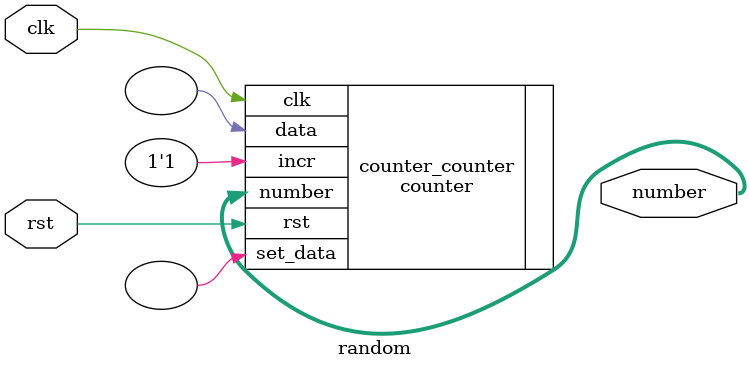
<source format=v>
module random
#(
	parameter   MODULUS = 10,
    parameter   NBITS   = $clog2(MODULUS)
)
(
    input               clk,
    input               rst,
    output  [NBITS-1:0] number
);

counter
#(
    .MODULUS    (MODULUS)
) counter_counter
(
    .clk        (clk),
    .rst        (rst),
    .incr       (1'd1),
    .number     (number),
    .set_data   (),
    .data       ()
);

endmodule
</source>
